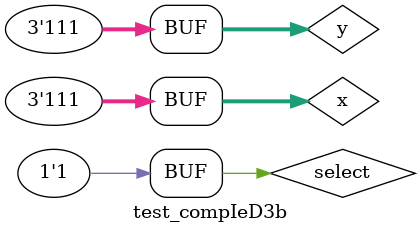
<source format=v>
module compIeD3b (output s, input [2:0] a, input [2:0] b, input chave);
       wire s1, s2, s3, s4, s5;
       xor X1(s1, a[0], b[0]);
       xor X2(s2, a[1], b[1]);
       xor X3(s3, a[2], b[2]);
       or O1(s4, s1, s2, s3);
       not N1(s5, s4); // faz a negacao da saida do comparador de desigualdade para selecionar igualdade.
       mux M1(s, s5, s4, chave);
endmodule // compIeD3b
// -------------------------
// mux para selecao de 2 entradas de 1 bit para uma saida de 1 bit
// -------------------------
module mux (output s, input a, input b, input selecao);
       wire selecaoN,s6,s7;
       not N2 ( selecaoN, selecao);
       and A2 ( s6, a, selecaoN);
       and A3 ( s7, b, selecao);
       or O2 ( s, s6, s7);
endmodule // mux
// Testes
module test_compIeD3b;
       // ------------------------- definir dados
       reg [2:0] x;
       reg [2:0] y;
       reg select;
       wire result;
       compIeD3b CID31(result, x, y, select);
       // ------------------------- parte principal
       initial begin
               $display("Exemplo0027Extra - Willian Antonio dos Santos - 462020");
               $display("Test ALU's - Comparador de igualdade ou diferenca selecionavel");
               $display("\nO bit de selecao em 0 e' igualdade, em 1 e' diferenca.\n");
               x = 0; y = 0; select = 0;
               $monitor("Valor1: %3b | Valor2: %3b | igualdade ou dif ? : %b | = %b", x, y, select, result);
               repeat (7) begin
                      #1 y = y + 1;
               end
               #1 $display("--------------------------------------------------------");
               repeat (7) begin
                      #1 x = x + 1;y = y + 1;
                      repeat (7) begin
                             #1 y = y + 1;
                      end
                      #1 $display("--------------------------------------------------------");
               end
               #1 x = 0; y = 0; select = 1;
               repeat (7) begin
                      #1 y = y + 1;
               end
               #1 $display("--------------------------------------------------------");
               repeat (7) begin
                      #1 x = x + 1;y = y + 1;
                      repeat (7) begin
                             #1 y = y + 1;
                      end
                      #1 $display("--------------------------------------------------------");
               end
       end
endmodule // test_compIeD3b
</source>
